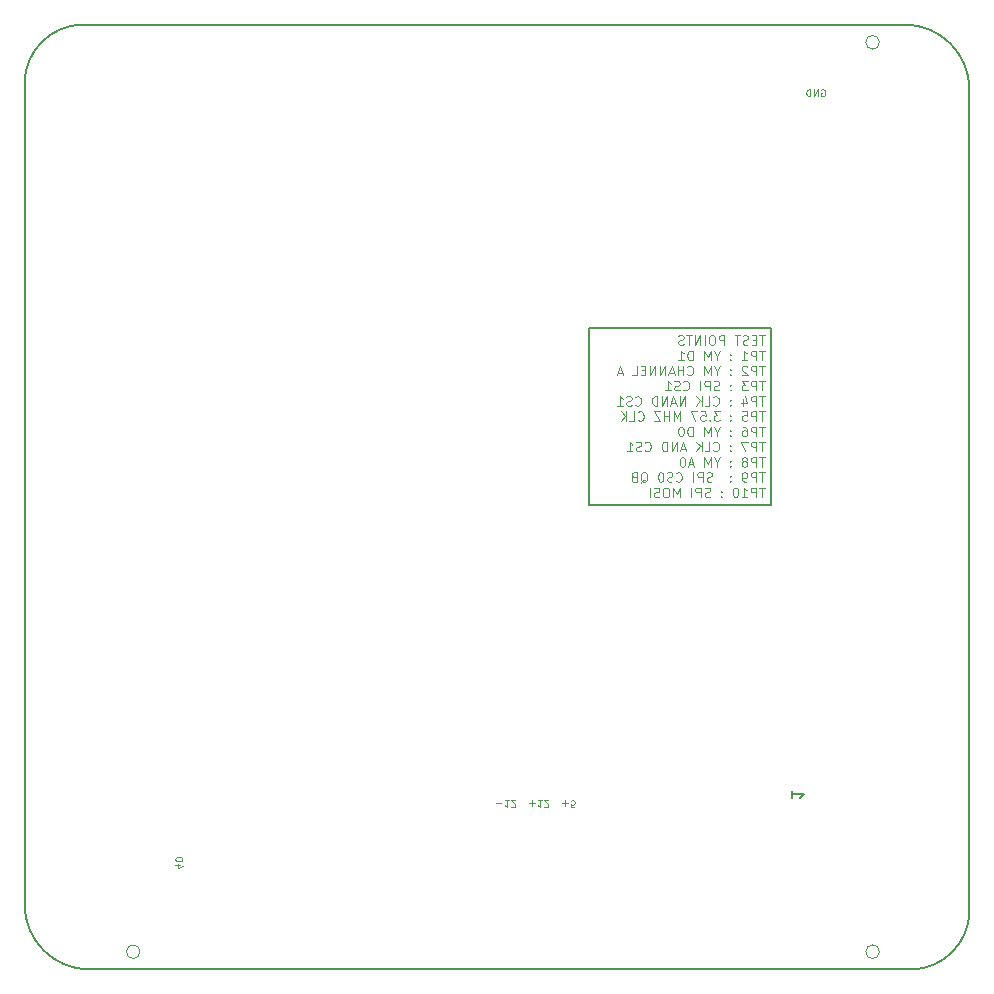
<source format=gbr>
G04 #@! TF.GenerationSoftware,KiCad,Pcbnew,7.0.11*
G04 #@! TF.CreationDate,2025-11-18T22:53:00-08:00*
G04 #@! TF.ProjectId,z2203,7a323230-332e-46b6-9963-61645f706362,rev?*
G04 #@! TF.SameCoordinates,PX3d83120PY6590fa0*
G04 #@! TF.FileFunction,Legend,Bot*
G04 #@! TF.FilePolarity,Positive*
%FSLAX46Y46*%
G04 Gerber Fmt 4.6, Leading zero omitted, Abs format (unit mm)*
G04 Created by KiCad (PCBNEW 7.0.11) date 2025-11-18 22:53:00*
%MOMM*%
%LPD*%
G01*
G04 APERTURE LIST*
%ADD10C,0.150000*%
%ADD11C,0.090000*%
G04 #@! TA.AperFunction,Profile*
%ADD12C,0.150000*%
G04 #@! TD*
G04 #@! TA.AperFunction,Profile*
%ADD13C,0.050000*%
G04 #@! TD*
G04 APERTURE END LIST*
D10*
X48700000Y55900000D02*
X64100000Y55900000D01*
X64100000Y40900000D01*
X48700000Y40900000D01*
X48700000Y55900000D01*
D11*
X40820713Y15694320D02*
X41277856Y15694320D01*
X41877855Y15922892D02*
X41534998Y15922892D01*
X41706427Y15922892D02*
X41706427Y15322892D01*
X41706427Y15322892D02*
X41649284Y15408606D01*
X41649284Y15408606D02*
X41592141Y15465749D01*
X41592141Y15465749D02*
X41534998Y15494320D01*
X42106427Y15380035D02*
X42134999Y15351463D01*
X42134999Y15351463D02*
X42192142Y15322892D01*
X42192142Y15322892D02*
X42334999Y15322892D01*
X42334999Y15322892D02*
X42392142Y15351463D01*
X42392142Y15351463D02*
X42420713Y15380035D01*
X42420713Y15380035D02*
X42449284Y15437178D01*
X42449284Y15437178D02*
X42449284Y15494320D01*
X42449284Y15494320D02*
X42420713Y15580035D01*
X42420713Y15580035D02*
X42077856Y15922892D01*
X42077856Y15922892D02*
X42449284Y15922892D01*
X43620714Y15694320D02*
X44077857Y15694320D01*
X43849285Y15922892D02*
X43849285Y15465749D01*
X44677856Y15922892D02*
X44334999Y15922892D01*
X44506428Y15922892D02*
X44506428Y15322892D01*
X44506428Y15322892D02*
X44449285Y15408606D01*
X44449285Y15408606D02*
X44392142Y15465749D01*
X44392142Y15465749D02*
X44334999Y15494320D01*
X44906428Y15380035D02*
X44935000Y15351463D01*
X44935000Y15351463D02*
X44992143Y15322892D01*
X44992143Y15322892D02*
X45135000Y15322892D01*
X45135000Y15322892D02*
X45192143Y15351463D01*
X45192143Y15351463D02*
X45220714Y15380035D01*
X45220714Y15380035D02*
X45249285Y15437178D01*
X45249285Y15437178D02*
X45249285Y15494320D01*
X45249285Y15494320D02*
X45220714Y15580035D01*
X45220714Y15580035D02*
X44877857Y15922892D01*
X44877857Y15922892D02*
X45249285Y15922892D01*
X46420715Y15694320D02*
X46877858Y15694320D01*
X46649286Y15922892D02*
X46649286Y15465749D01*
X47449286Y15322892D02*
X47163572Y15322892D01*
X47163572Y15322892D02*
X47135000Y15608606D01*
X47135000Y15608606D02*
X47163572Y15580035D01*
X47163572Y15580035D02*
X47220715Y15551463D01*
X47220715Y15551463D02*
X47363572Y15551463D01*
X47363572Y15551463D02*
X47420715Y15580035D01*
X47420715Y15580035D02*
X47449286Y15608606D01*
X47449286Y15608606D02*
X47477857Y15665749D01*
X47477857Y15665749D02*
X47477857Y15808606D01*
X47477857Y15808606D02*
X47449286Y15865749D01*
X47449286Y15865749D02*
X47420715Y15894320D01*
X47420715Y15894320D02*
X47363572Y15922892D01*
X47363572Y15922892D02*
X47220715Y15922892D01*
X47220715Y15922892D02*
X47163572Y15894320D01*
X47163572Y15894320D02*
X47135000Y15865749D01*
X63564599Y55282585D02*
X63107456Y55282585D01*
X63336028Y54482585D02*
X63336028Y55282585D01*
X62840789Y54901633D02*
X62574123Y54901633D01*
X62459837Y54482585D02*
X62840789Y54482585D01*
X62840789Y54482585D02*
X62840789Y55282585D01*
X62840789Y55282585D02*
X62459837Y55282585D01*
X62155075Y54520680D02*
X62040789Y54482585D01*
X62040789Y54482585D02*
X61850313Y54482585D01*
X61850313Y54482585D02*
X61774122Y54520680D01*
X61774122Y54520680D02*
X61736027Y54558776D01*
X61736027Y54558776D02*
X61697932Y54634966D01*
X61697932Y54634966D02*
X61697932Y54711157D01*
X61697932Y54711157D02*
X61736027Y54787347D01*
X61736027Y54787347D02*
X61774122Y54825442D01*
X61774122Y54825442D02*
X61850313Y54863538D01*
X61850313Y54863538D02*
X62002694Y54901633D01*
X62002694Y54901633D02*
X62078884Y54939728D01*
X62078884Y54939728D02*
X62116979Y54977823D01*
X62116979Y54977823D02*
X62155075Y55054014D01*
X62155075Y55054014D02*
X62155075Y55130204D01*
X62155075Y55130204D02*
X62116979Y55206395D01*
X62116979Y55206395D02*
X62078884Y55244490D01*
X62078884Y55244490D02*
X62002694Y55282585D01*
X62002694Y55282585D02*
X61812217Y55282585D01*
X61812217Y55282585D02*
X61697932Y55244490D01*
X61469360Y55282585D02*
X61012217Y55282585D01*
X61240789Y54482585D02*
X61240789Y55282585D01*
X60136026Y54482585D02*
X60136026Y55282585D01*
X60136026Y55282585D02*
X59831264Y55282585D01*
X59831264Y55282585D02*
X59755074Y55244490D01*
X59755074Y55244490D02*
X59716979Y55206395D01*
X59716979Y55206395D02*
X59678883Y55130204D01*
X59678883Y55130204D02*
X59678883Y55015919D01*
X59678883Y55015919D02*
X59716979Y54939728D01*
X59716979Y54939728D02*
X59755074Y54901633D01*
X59755074Y54901633D02*
X59831264Y54863538D01*
X59831264Y54863538D02*
X60136026Y54863538D01*
X59183645Y55282585D02*
X59031264Y55282585D01*
X59031264Y55282585D02*
X58955074Y55244490D01*
X58955074Y55244490D02*
X58878883Y55168300D01*
X58878883Y55168300D02*
X58840788Y55015919D01*
X58840788Y55015919D02*
X58840788Y54749252D01*
X58840788Y54749252D02*
X58878883Y54596871D01*
X58878883Y54596871D02*
X58955074Y54520680D01*
X58955074Y54520680D02*
X59031264Y54482585D01*
X59031264Y54482585D02*
X59183645Y54482585D01*
X59183645Y54482585D02*
X59259836Y54520680D01*
X59259836Y54520680D02*
X59336026Y54596871D01*
X59336026Y54596871D02*
X59374122Y54749252D01*
X59374122Y54749252D02*
X59374122Y55015919D01*
X59374122Y55015919D02*
X59336026Y55168300D01*
X59336026Y55168300D02*
X59259836Y55244490D01*
X59259836Y55244490D02*
X59183645Y55282585D01*
X58497931Y54482585D02*
X58497931Y55282585D01*
X58116979Y54482585D02*
X58116979Y55282585D01*
X58116979Y55282585D02*
X57659836Y54482585D01*
X57659836Y54482585D02*
X57659836Y55282585D01*
X57393170Y55282585D02*
X56936027Y55282585D01*
X57164599Y54482585D02*
X57164599Y55282585D01*
X56707456Y54520680D02*
X56593170Y54482585D01*
X56593170Y54482585D02*
X56402694Y54482585D01*
X56402694Y54482585D02*
X56326503Y54520680D01*
X56326503Y54520680D02*
X56288408Y54558776D01*
X56288408Y54558776D02*
X56250313Y54634966D01*
X56250313Y54634966D02*
X56250313Y54711157D01*
X56250313Y54711157D02*
X56288408Y54787347D01*
X56288408Y54787347D02*
X56326503Y54825442D01*
X56326503Y54825442D02*
X56402694Y54863538D01*
X56402694Y54863538D02*
X56555075Y54901633D01*
X56555075Y54901633D02*
X56631265Y54939728D01*
X56631265Y54939728D02*
X56669360Y54977823D01*
X56669360Y54977823D02*
X56707456Y55054014D01*
X56707456Y55054014D02*
X56707456Y55130204D01*
X56707456Y55130204D02*
X56669360Y55206395D01*
X56669360Y55206395D02*
X56631265Y55244490D01*
X56631265Y55244490D02*
X56555075Y55282585D01*
X56555075Y55282585D02*
X56364598Y55282585D01*
X56364598Y55282585D02*
X56250313Y55244490D01*
X63564599Y53994585D02*
X63107456Y53994585D01*
X63336028Y53194585D02*
X63336028Y53994585D01*
X62840789Y53194585D02*
X62840789Y53994585D01*
X62840789Y53994585D02*
X62536027Y53994585D01*
X62536027Y53994585D02*
X62459837Y53956490D01*
X62459837Y53956490D02*
X62421742Y53918395D01*
X62421742Y53918395D02*
X62383646Y53842204D01*
X62383646Y53842204D02*
X62383646Y53727919D01*
X62383646Y53727919D02*
X62421742Y53651728D01*
X62421742Y53651728D02*
X62459837Y53613633D01*
X62459837Y53613633D02*
X62536027Y53575538D01*
X62536027Y53575538D02*
X62840789Y53575538D01*
X61621742Y53194585D02*
X62078885Y53194585D01*
X61850313Y53194585D02*
X61850313Y53994585D01*
X61850313Y53994585D02*
X61926504Y53880300D01*
X61926504Y53880300D02*
X62002694Y53804109D01*
X62002694Y53804109D02*
X62078885Y53766014D01*
X60669360Y53270776D02*
X60631265Y53232680D01*
X60631265Y53232680D02*
X60669360Y53194585D01*
X60669360Y53194585D02*
X60707456Y53232680D01*
X60707456Y53232680D02*
X60669360Y53270776D01*
X60669360Y53270776D02*
X60669360Y53194585D01*
X60669360Y53689823D02*
X60631265Y53651728D01*
X60631265Y53651728D02*
X60669360Y53613633D01*
X60669360Y53613633D02*
X60707456Y53651728D01*
X60707456Y53651728D02*
X60669360Y53689823D01*
X60669360Y53689823D02*
X60669360Y53613633D01*
X59526503Y53575538D02*
X59526503Y53194585D01*
X59793170Y53994585D02*
X59526503Y53575538D01*
X59526503Y53575538D02*
X59259837Y53994585D01*
X58993170Y53194585D02*
X58993170Y53994585D01*
X58993170Y53994585D02*
X58726504Y53423157D01*
X58726504Y53423157D02*
X58459837Y53994585D01*
X58459837Y53994585D02*
X58459837Y53194585D01*
X57469360Y53194585D02*
X57469360Y53994585D01*
X57469360Y53994585D02*
X57278884Y53994585D01*
X57278884Y53994585D02*
X57164598Y53956490D01*
X57164598Y53956490D02*
X57088408Y53880300D01*
X57088408Y53880300D02*
X57050313Y53804109D01*
X57050313Y53804109D02*
X57012217Y53651728D01*
X57012217Y53651728D02*
X57012217Y53537442D01*
X57012217Y53537442D02*
X57050313Y53385061D01*
X57050313Y53385061D02*
X57088408Y53308871D01*
X57088408Y53308871D02*
X57164598Y53232680D01*
X57164598Y53232680D02*
X57278884Y53194585D01*
X57278884Y53194585D02*
X57469360Y53194585D01*
X56250313Y53194585D02*
X56707456Y53194585D01*
X56478884Y53194585D02*
X56478884Y53994585D01*
X56478884Y53994585D02*
X56555075Y53880300D01*
X56555075Y53880300D02*
X56631265Y53804109D01*
X56631265Y53804109D02*
X56707456Y53766014D01*
X63564599Y52706585D02*
X63107456Y52706585D01*
X63336028Y51906585D02*
X63336028Y52706585D01*
X62840789Y51906585D02*
X62840789Y52706585D01*
X62840789Y52706585D02*
X62536027Y52706585D01*
X62536027Y52706585D02*
X62459837Y52668490D01*
X62459837Y52668490D02*
X62421742Y52630395D01*
X62421742Y52630395D02*
X62383646Y52554204D01*
X62383646Y52554204D02*
X62383646Y52439919D01*
X62383646Y52439919D02*
X62421742Y52363728D01*
X62421742Y52363728D02*
X62459837Y52325633D01*
X62459837Y52325633D02*
X62536027Y52287538D01*
X62536027Y52287538D02*
X62840789Y52287538D01*
X62078885Y52630395D02*
X62040789Y52668490D01*
X62040789Y52668490D02*
X61964599Y52706585D01*
X61964599Y52706585D02*
X61774123Y52706585D01*
X61774123Y52706585D02*
X61697932Y52668490D01*
X61697932Y52668490D02*
X61659837Y52630395D01*
X61659837Y52630395D02*
X61621742Y52554204D01*
X61621742Y52554204D02*
X61621742Y52478014D01*
X61621742Y52478014D02*
X61659837Y52363728D01*
X61659837Y52363728D02*
X62116980Y51906585D01*
X62116980Y51906585D02*
X61621742Y51906585D01*
X60669360Y51982776D02*
X60631265Y51944680D01*
X60631265Y51944680D02*
X60669360Y51906585D01*
X60669360Y51906585D02*
X60707456Y51944680D01*
X60707456Y51944680D02*
X60669360Y51982776D01*
X60669360Y51982776D02*
X60669360Y51906585D01*
X60669360Y52401823D02*
X60631265Y52363728D01*
X60631265Y52363728D02*
X60669360Y52325633D01*
X60669360Y52325633D02*
X60707456Y52363728D01*
X60707456Y52363728D02*
X60669360Y52401823D01*
X60669360Y52401823D02*
X60669360Y52325633D01*
X59526503Y52287538D02*
X59526503Y51906585D01*
X59793170Y52706585D02*
X59526503Y52287538D01*
X59526503Y52287538D02*
X59259837Y52706585D01*
X58993170Y51906585D02*
X58993170Y52706585D01*
X58993170Y52706585D02*
X58726504Y52135157D01*
X58726504Y52135157D02*
X58459837Y52706585D01*
X58459837Y52706585D02*
X58459837Y51906585D01*
X57012217Y51982776D02*
X57050313Y51944680D01*
X57050313Y51944680D02*
X57164598Y51906585D01*
X57164598Y51906585D02*
X57240789Y51906585D01*
X57240789Y51906585D02*
X57355075Y51944680D01*
X57355075Y51944680D02*
X57431265Y52020871D01*
X57431265Y52020871D02*
X57469360Y52097061D01*
X57469360Y52097061D02*
X57507456Y52249442D01*
X57507456Y52249442D02*
X57507456Y52363728D01*
X57507456Y52363728D02*
X57469360Y52516109D01*
X57469360Y52516109D02*
X57431265Y52592300D01*
X57431265Y52592300D02*
X57355075Y52668490D01*
X57355075Y52668490D02*
X57240789Y52706585D01*
X57240789Y52706585D02*
X57164598Y52706585D01*
X57164598Y52706585D02*
X57050313Y52668490D01*
X57050313Y52668490D02*
X57012217Y52630395D01*
X56669360Y51906585D02*
X56669360Y52706585D01*
X56669360Y52325633D02*
X56212217Y52325633D01*
X56212217Y51906585D02*
X56212217Y52706585D01*
X55869361Y52135157D02*
X55488408Y52135157D01*
X55945551Y51906585D02*
X55678884Y52706585D01*
X55678884Y52706585D02*
X55412218Y51906585D01*
X55145551Y51906585D02*
X55145551Y52706585D01*
X55145551Y52706585D02*
X54688408Y51906585D01*
X54688408Y51906585D02*
X54688408Y52706585D01*
X54307456Y51906585D02*
X54307456Y52706585D01*
X54307456Y52706585D02*
X53850313Y51906585D01*
X53850313Y51906585D02*
X53850313Y52706585D01*
X53469361Y52325633D02*
X53202695Y52325633D01*
X53088409Y51906585D02*
X53469361Y51906585D01*
X53469361Y51906585D02*
X53469361Y52706585D01*
X53469361Y52706585D02*
X53088409Y52706585D01*
X52364599Y51906585D02*
X52745551Y51906585D01*
X52745551Y51906585D02*
X52745551Y52706585D01*
X51526504Y52135157D02*
X51145551Y52135157D01*
X51602694Y51906585D02*
X51336027Y52706585D01*
X51336027Y52706585D02*
X51069361Y51906585D01*
X63564599Y51418585D02*
X63107456Y51418585D01*
X63336028Y50618585D02*
X63336028Y51418585D01*
X62840789Y50618585D02*
X62840789Y51418585D01*
X62840789Y51418585D02*
X62536027Y51418585D01*
X62536027Y51418585D02*
X62459837Y51380490D01*
X62459837Y51380490D02*
X62421742Y51342395D01*
X62421742Y51342395D02*
X62383646Y51266204D01*
X62383646Y51266204D02*
X62383646Y51151919D01*
X62383646Y51151919D02*
X62421742Y51075728D01*
X62421742Y51075728D02*
X62459837Y51037633D01*
X62459837Y51037633D02*
X62536027Y50999538D01*
X62536027Y50999538D02*
X62840789Y50999538D01*
X62116980Y51418585D02*
X61621742Y51418585D01*
X61621742Y51418585D02*
X61888408Y51113823D01*
X61888408Y51113823D02*
X61774123Y51113823D01*
X61774123Y51113823D02*
X61697932Y51075728D01*
X61697932Y51075728D02*
X61659837Y51037633D01*
X61659837Y51037633D02*
X61621742Y50961442D01*
X61621742Y50961442D02*
X61621742Y50770966D01*
X61621742Y50770966D02*
X61659837Y50694776D01*
X61659837Y50694776D02*
X61697932Y50656680D01*
X61697932Y50656680D02*
X61774123Y50618585D01*
X61774123Y50618585D02*
X62002694Y50618585D01*
X62002694Y50618585D02*
X62078885Y50656680D01*
X62078885Y50656680D02*
X62116980Y50694776D01*
X60669360Y50694776D02*
X60631265Y50656680D01*
X60631265Y50656680D02*
X60669360Y50618585D01*
X60669360Y50618585D02*
X60707456Y50656680D01*
X60707456Y50656680D02*
X60669360Y50694776D01*
X60669360Y50694776D02*
X60669360Y50618585D01*
X60669360Y51113823D02*
X60631265Y51075728D01*
X60631265Y51075728D02*
X60669360Y51037633D01*
X60669360Y51037633D02*
X60707456Y51075728D01*
X60707456Y51075728D02*
X60669360Y51113823D01*
X60669360Y51113823D02*
X60669360Y51037633D01*
X59716980Y50656680D02*
X59602694Y50618585D01*
X59602694Y50618585D02*
X59412218Y50618585D01*
X59412218Y50618585D02*
X59336027Y50656680D01*
X59336027Y50656680D02*
X59297932Y50694776D01*
X59297932Y50694776D02*
X59259837Y50770966D01*
X59259837Y50770966D02*
X59259837Y50847157D01*
X59259837Y50847157D02*
X59297932Y50923347D01*
X59297932Y50923347D02*
X59336027Y50961442D01*
X59336027Y50961442D02*
X59412218Y50999538D01*
X59412218Y50999538D02*
X59564599Y51037633D01*
X59564599Y51037633D02*
X59640789Y51075728D01*
X59640789Y51075728D02*
X59678884Y51113823D01*
X59678884Y51113823D02*
X59716980Y51190014D01*
X59716980Y51190014D02*
X59716980Y51266204D01*
X59716980Y51266204D02*
X59678884Y51342395D01*
X59678884Y51342395D02*
X59640789Y51380490D01*
X59640789Y51380490D02*
X59564599Y51418585D01*
X59564599Y51418585D02*
X59374122Y51418585D01*
X59374122Y51418585D02*
X59259837Y51380490D01*
X58916979Y50618585D02*
X58916979Y51418585D01*
X58916979Y51418585D02*
X58612217Y51418585D01*
X58612217Y51418585D02*
X58536027Y51380490D01*
X58536027Y51380490D02*
X58497932Y51342395D01*
X58497932Y51342395D02*
X58459836Y51266204D01*
X58459836Y51266204D02*
X58459836Y51151919D01*
X58459836Y51151919D02*
X58497932Y51075728D01*
X58497932Y51075728D02*
X58536027Y51037633D01*
X58536027Y51037633D02*
X58612217Y50999538D01*
X58612217Y50999538D02*
X58916979Y50999538D01*
X58116979Y50618585D02*
X58116979Y51418585D01*
X56669360Y50694776D02*
X56707456Y50656680D01*
X56707456Y50656680D02*
X56821741Y50618585D01*
X56821741Y50618585D02*
X56897932Y50618585D01*
X56897932Y50618585D02*
X57012218Y50656680D01*
X57012218Y50656680D02*
X57088408Y50732871D01*
X57088408Y50732871D02*
X57126503Y50809061D01*
X57126503Y50809061D02*
X57164599Y50961442D01*
X57164599Y50961442D02*
X57164599Y51075728D01*
X57164599Y51075728D02*
X57126503Y51228109D01*
X57126503Y51228109D02*
X57088408Y51304300D01*
X57088408Y51304300D02*
X57012218Y51380490D01*
X57012218Y51380490D02*
X56897932Y51418585D01*
X56897932Y51418585D02*
X56821741Y51418585D01*
X56821741Y51418585D02*
X56707456Y51380490D01*
X56707456Y51380490D02*
X56669360Y51342395D01*
X56364599Y50656680D02*
X56250313Y50618585D01*
X56250313Y50618585D02*
X56059837Y50618585D01*
X56059837Y50618585D02*
X55983646Y50656680D01*
X55983646Y50656680D02*
X55945551Y50694776D01*
X55945551Y50694776D02*
X55907456Y50770966D01*
X55907456Y50770966D02*
X55907456Y50847157D01*
X55907456Y50847157D02*
X55945551Y50923347D01*
X55945551Y50923347D02*
X55983646Y50961442D01*
X55983646Y50961442D02*
X56059837Y50999538D01*
X56059837Y50999538D02*
X56212218Y51037633D01*
X56212218Y51037633D02*
X56288408Y51075728D01*
X56288408Y51075728D02*
X56326503Y51113823D01*
X56326503Y51113823D02*
X56364599Y51190014D01*
X56364599Y51190014D02*
X56364599Y51266204D01*
X56364599Y51266204D02*
X56326503Y51342395D01*
X56326503Y51342395D02*
X56288408Y51380490D01*
X56288408Y51380490D02*
X56212218Y51418585D01*
X56212218Y51418585D02*
X56021741Y51418585D01*
X56021741Y51418585D02*
X55907456Y51380490D01*
X55145551Y50618585D02*
X55602694Y50618585D01*
X55374122Y50618585D02*
X55374122Y51418585D01*
X55374122Y51418585D02*
X55450313Y51304300D01*
X55450313Y51304300D02*
X55526503Y51228109D01*
X55526503Y51228109D02*
X55602694Y51190014D01*
X63564599Y50130585D02*
X63107456Y50130585D01*
X63336028Y49330585D02*
X63336028Y50130585D01*
X62840789Y49330585D02*
X62840789Y50130585D01*
X62840789Y50130585D02*
X62536027Y50130585D01*
X62536027Y50130585D02*
X62459837Y50092490D01*
X62459837Y50092490D02*
X62421742Y50054395D01*
X62421742Y50054395D02*
X62383646Y49978204D01*
X62383646Y49978204D02*
X62383646Y49863919D01*
X62383646Y49863919D02*
X62421742Y49787728D01*
X62421742Y49787728D02*
X62459837Y49749633D01*
X62459837Y49749633D02*
X62536027Y49711538D01*
X62536027Y49711538D02*
X62840789Y49711538D01*
X61697932Y49863919D02*
X61697932Y49330585D01*
X61888408Y50168680D02*
X62078885Y49597252D01*
X62078885Y49597252D02*
X61583646Y49597252D01*
X60669360Y49406776D02*
X60631265Y49368680D01*
X60631265Y49368680D02*
X60669360Y49330585D01*
X60669360Y49330585D02*
X60707456Y49368680D01*
X60707456Y49368680D02*
X60669360Y49406776D01*
X60669360Y49406776D02*
X60669360Y49330585D01*
X60669360Y49825823D02*
X60631265Y49787728D01*
X60631265Y49787728D02*
X60669360Y49749633D01*
X60669360Y49749633D02*
X60707456Y49787728D01*
X60707456Y49787728D02*
X60669360Y49825823D01*
X60669360Y49825823D02*
X60669360Y49749633D01*
X59221741Y49406776D02*
X59259837Y49368680D01*
X59259837Y49368680D02*
X59374122Y49330585D01*
X59374122Y49330585D02*
X59450313Y49330585D01*
X59450313Y49330585D02*
X59564599Y49368680D01*
X59564599Y49368680D02*
X59640789Y49444871D01*
X59640789Y49444871D02*
X59678884Y49521061D01*
X59678884Y49521061D02*
X59716980Y49673442D01*
X59716980Y49673442D02*
X59716980Y49787728D01*
X59716980Y49787728D02*
X59678884Y49940109D01*
X59678884Y49940109D02*
X59640789Y50016300D01*
X59640789Y50016300D02*
X59564599Y50092490D01*
X59564599Y50092490D02*
X59450313Y50130585D01*
X59450313Y50130585D02*
X59374122Y50130585D01*
X59374122Y50130585D02*
X59259837Y50092490D01*
X59259837Y50092490D02*
X59221741Y50054395D01*
X58497932Y49330585D02*
X58878884Y49330585D01*
X58878884Y49330585D02*
X58878884Y50130585D01*
X58231265Y49330585D02*
X58231265Y50130585D01*
X57774122Y49330585D02*
X58116980Y49787728D01*
X57774122Y50130585D02*
X58231265Y49673442D01*
X56821741Y49330585D02*
X56821741Y50130585D01*
X56821741Y50130585D02*
X56364598Y49330585D01*
X56364598Y49330585D02*
X56364598Y50130585D01*
X56021742Y49559157D02*
X55640789Y49559157D01*
X56097932Y49330585D02*
X55831265Y50130585D01*
X55831265Y50130585D02*
X55564599Y49330585D01*
X55297932Y49330585D02*
X55297932Y50130585D01*
X55297932Y50130585D02*
X54840789Y49330585D01*
X54840789Y49330585D02*
X54840789Y50130585D01*
X54459837Y49330585D02*
X54459837Y50130585D01*
X54459837Y50130585D02*
X54269361Y50130585D01*
X54269361Y50130585D02*
X54155075Y50092490D01*
X54155075Y50092490D02*
X54078885Y50016300D01*
X54078885Y50016300D02*
X54040790Y49940109D01*
X54040790Y49940109D02*
X54002694Y49787728D01*
X54002694Y49787728D02*
X54002694Y49673442D01*
X54002694Y49673442D02*
X54040790Y49521061D01*
X54040790Y49521061D02*
X54078885Y49444871D01*
X54078885Y49444871D02*
X54155075Y49368680D01*
X54155075Y49368680D02*
X54269361Y49330585D01*
X54269361Y49330585D02*
X54459837Y49330585D01*
X52593170Y49406776D02*
X52631266Y49368680D01*
X52631266Y49368680D02*
X52745551Y49330585D01*
X52745551Y49330585D02*
X52821742Y49330585D01*
X52821742Y49330585D02*
X52936028Y49368680D01*
X52936028Y49368680D02*
X53012218Y49444871D01*
X53012218Y49444871D02*
X53050313Y49521061D01*
X53050313Y49521061D02*
X53088409Y49673442D01*
X53088409Y49673442D02*
X53088409Y49787728D01*
X53088409Y49787728D02*
X53050313Y49940109D01*
X53050313Y49940109D02*
X53012218Y50016300D01*
X53012218Y50016300D02*
X52936028Y50092490D01*
X52936028Y50092490D02*
X52821742Y50130585D01*
X52821742Y50130585D02*
X52745551Y50130585D01*
X52745551Y50130585D02*
X52631266Y50092490D01*
X52631266Y50092490D02*
X52593170Y50054395D01*
X52288409Y49368680D02*
X52174123Y49330585D01*
X52174123Y49330585D02*
X51983647Y49330585D01*
X51983647Y49330585D02*
X51907456Y49368680D01*
X51907456Y49368680D02*
X51869361Y49406776D01*
X51869361Y49406776D02*
X51831266Y49482966D01*
X51831266Y49482966D02*
X51831266Y49559157D01*
X51831266Y49559157D02*
X51869361Y49635347D01*
X51869361Y49635347D02*
X51907456Y49673442D01*
X51907456Y49673442D02*
X51983647Y49711538D01*
X51983647Y49711538D02*
X52136028Y49749633D01*
X52136028Y49749633D02*
X52212218Y49787728D01*
X52212218Y49787728D02*
X52250313Y49825823D01*
X52250313Y49825823D02*
X52288409Y49902014D01*
X52288409Y49902014D02*
X52288409Y49978204D01*
X52288409Y49978204D02*
X52250313Y50054395D01*
X52250313Y50054395D02*
X52212218Y50092490D01*
X52212218Y50092490D02*
X52136028Y50130585D01*
X52136028Y50130585D02*
X51945551Y50130585D01*
X51945551Y50130585D02*
X51831266Y50092490D01*
X51069361Y49330585D02*
X51526504Y49330585D01*
X51297932Y49330585D02*
X51297932Y50130585D01*
X51297932Y50130585D02*
X51374123Y50016300D01*
X51374123Y50016300D02*
X51450313Y49940109D01*
X51450313Y49940109D02*
X51526504Y49902014D01*
X63564599Y48842585D02*
X63107456Y48842585D01*
X63336028Y48042585D02*
X63336028Y48842585D01*
X62840789Y48042585D02*
X62840789Y48842585D01*
X62840789Y48842585D02*
X62536027Y48842585D01*
X62536027Y48842585D02*
X62459837Y48804490D01*
X62459837Y48804490D02*
X62421742Y48766395D01*
X62421742Y48766395D02*
X62383646Y48690204D01*
X62383646Y48690204D02*
X62383646Y48575919D01*
X62383646Y48575919D02*
X62421742Y48499728D01*
X62421742Y48499728D02*
X62459837Y48461633D01*
X62459837Y48461633D02*
X62536027Y48423538D01*
X62536027Y48423538D02*
X62840789Y48423538D01*
X61659837Y48842585D02*
X62040789Y48842585D01*
X62040789Y48842585D02*
X62078885Y48461633D01*
X62078885Y48461633D02*
X62040789Y48499728D01*
X62040789Y48499728D02*
X61964599Y48537823D01*
X61964599Y48537823D02*
X61774123Y48537823D01*
X61774123Y48537823D02*
X61697932Y48499728D01*
X61697932Y48499728D02*
X61659837Y48461633D01*
X61659837Y48461633D02*
X61621742Y48385442D01*
X61621742Y48385442D02*
X61621742Y48194966D01*
X61621742Y48194966D02*
X61659837Y48118776D01*
X61659837Y48118776D02*
X61697932Y48080680D01*
X61697932Y48080680D02*
X61774123Y48042585D01*
X61774123Y48042585D02*
X61964599Y48042585D01*
X61964599Y48042585D02*
X62040789Y48080680D01*
X62040789Y48080680D02*
X62078885Y48118776D01*
X60669360Y48118776D02*
X60631265Y48080680D01*
X60631265Y48080680D02*
X60669360Y48042585D01*
X60669360Y48042585D02*
X60707456Y48080680D01*
X60707456Y48080680D02*
X60669360Y48118776D01*
X60669360Y48118776D02*
X60669360Y48042585D01*
X60669360Y48537823D02*
X60631265Y48499728D01*
X60631265Y48499728D02*
X60669360Y48461633D01*
X60669360Y48461633D02*
X60707456Y48499728D01*
X60707456Y48499728D02*
X60669360Y48537823D01*
X60669360Y48537823D02*
X60669360Y48461633D01*
X59755075Y48842585D02*
X59259837Y48842585D01*
X59259837Y48842585D02*
X59526503Y48537823D01*
X59526503Y48537823D02*
X59412218Y48537823D01*
X59412218Y48537823D02*
X59336027Y48499728D01*
X59336027Y48499728D02*
X59297932Y48461633D01*
X59297932Y48461633D02*
X59259837Y48385442D01*
X59259837Y48385442D02*
X59259837Y48194966D01*
X59259837Y48194966D02*
X59297932Y48118776D01*
X59297932Y48118776D02*
X59336027Y48080680D01*
X59336027Y48080680D02*
X59412218Y48042585D01*
X59412218Y48042585D02*
X59640789Y48042585D01*
X59640789Y48042585D02*
X59716980Y48080680D01*
X59716980Y48080680D02*
X59755075Y48118776D01*
X58916979Y48118776D02*
X58878884Y48080680D01*
X58878884Y48080680D02*
X58916979Y48042585D01*
X58916979Y48042585D02*
X58955075Y48080680D01*
X58955075Y48080680D02*
X58916979Y48118776D01*
X58916979Y48118776D02*
X58916979Y48042585D01*
X58155075Y48842585D02*
X58536027Y48842585D01*
X58536027Y48842585D02*
X58574123Y48461633D01*
X58574123Y48461633D02*
X58536027Y48499728D01*
X58536027Y48499728D02*
X58459837Y48537823D01*
X58459837Y48537823D02*
X58269361Y48537823D01*
X58269361Y48537823D02*
X58193170Y48499728D01*
X58193170Y48499728D02*
X58155075Y48461633D01*
X58155075Y48461633D02*
X58116980Y48385442D01*
X58116980Y48385442D02*
X58116980Y48194966D01*
X58116980Y48194966D02*
X58155075Y48118776D01*
X58155075Y48118776D02*
X58193170Y48080680D01*
X58193170Y48080680D02*
X58269361Y48042585D01*
X58269361Y48042585D02*
X58459837Y48042585D01*
X58459837Y48042585D02*
X58536027Y48080680D01*
X58536027Y48080680D02*
X58574123Y48118776D01*
X57850313Y48842585D02*
X57316979Y48842585D01*
X57316979Y48842585D02*
X57659837Y48042585D01*
X56402693Y48042585D02*
X56402693Y48842585D01*
X56402693Y48842585D02*
X56136027Y48271157D01*
X56136027Y48271157D02*
X55869360Y48842585D01*
X55869360Y48842585D02*
X55869360Y48042585D01*
X55488407Y48042585D02*
X55488407Y48842585D01*
X55488407Y48461633D02*
X55031264Y48461633D01*
X55031264Y48042585D02*
X55031264Y48842585D01*
X54726503Y48842585D02*
X54193169Y48842585D01*
X54193169Y48842585D02*
X54726503Y48042585D01*
X54726503Y48042585D02*
X54193169Y48042585D01*
X52821740Y48118776D02*
X52859836Y48080680D01*
X52859836Y48080680D02*
X52974121Y48042585D01*
X52974121Y48042585D02*
X53050312Y48042585D01*
X53050312Y48042585D02*
X53164598Y48080680D01*
X53164598Y48080680D02*
X53240788Y48156871D01*
X53240788Y48156871D02*
X53278883Y48233061D01*
X53278883Y48233061D02*
X53316979Y48385442D01*
X53316979Y48385442D02*
X53316979Y48499728D01*
X53316979Y48499728D02*
X53278883Y48652109D01*
X53278883Y48652109D02*
X53240788Y48728300D01*
X53240788Y48728300D02*
X53164598Y48804490D01*
X53164598Y48804490D02*
X53050312Y48842585D01*
X53050312Y48842585D02*
X52974121Y48842585D01*
X52974121Y48842585D02*
X52859836Y48804490D01*
X52859836Y48804490D02*
X52821740Y48766395D01*
X52097931Y48042585D02*
X52478883Y48042585D01*
X52478883Y48042585D02*
X52478883Y48842585D01*
X51831264Y48042585D02*
X51831264Y48842585D01*
X51374121Y48042585D02*
X51716979Y48499728D01*
X51374121Y48842585D02*
X51831264Y48385442D01*
X63564599Y47554585D02*
X63107456Y47554585D01*
X63336028Y46754585D02*
X63336028Y47554585D01*
X62840789Y46754585D02*
X62840789Y47554585D01*
X62840789Y47554585D02*
X62536027Y47554585D01*
X62536027Y47554585D02*
X62459837Y47516490D01*
X62459837Y47516490D02*
X62421742Y47478395D01*
X62421742Y47478395D02*
X62383646Y47402204D01*
X62383646Y47402204D02*
X62383646Y47287919D01*
X62383646Y47287919D02*
X62421742Y47211728D01*
X62421742Y47211728D02*
X62459837Y47173633D01*
X62459837Y47173633D02*
X62536027Y47135538D01*
X62536027Y47135538D02*
X62840789Y47135538D01*
X61697932Y47554585D02*
X61850313Y47554585D01*
X61850313Y47554585D02*
X61926504Y47516490D01*
X61926504Y47516490D02*
X61964599Y47478395D01*
X61964599Y47478395D02*
X62040789Y47364109D01*
X62040789Y47364109D02*
X62078885Y47211728D01*
X62078885Y47211728D02*
X62078885Y46906966D01*
X62078885Y46906966D02*
X62040789Y46830776D01*
X62040789Y46830776D02*
X62002694Y46792680D01*
X62002694Y46792680D02*
X61926504Y46754585D01*
X61926504Y46754585D02*
X61774123Y46754585D01*
X61774123Y46754585D02*
X61697932Y46792680D01*
X61697932Y46792680D02*
X61659837Y46830776D01*
X61659837Y46830776D02*
X61621742Y46906966D01*
X61621742Y46906966D02*
X61621742Y47097442D01*
X61621742Y47097442D02*
X61659837Y47173633D01*
X61659837Y47173633D02*
X61697932Y47211728D01*
X61697932Y47211728D02*
X61774123Y47249823D01*
X61774123Y47249823D02*
X61926504Y47249823D01*
X61926504Y47249823D02*
X62002694Y47211728D01*
X62002694Y47211728D02*
X62040789Y47173633D01*
X62040789Y47173633D02*
X62078885Y47097442D01*
X60669360Y46830776D02*
X60631265Y46792680D01*
X60631265Y46792680D02*
X60669360Y46754585D01*
X60669360Y46754585D02*
X60707456Y46792680D01*
X60707456Y46792680D02*
X60669360Y46830776D01*
X60669360Y46830776D02*
X60669360Y46754585D01*
X60669360Y47249823D02*
X60631265Y47211728D01*
X60631265Y47211728D02*
X60669360Y47173633D01*
X60669360Y47173633D02*
X60707456Y47211728D01*
X60707456Y47211728D02*
X60669360Y47249823D01*
X60669360Y47249823D02*
X60669360Y47173633D01*
X59526503Y47135538D02*
X59526503Y46754585D01*
X59793170Y47554585D02*
X59526503Y47135538D01*
X59526503Y47135538D02*
X59259837Y47554585D01*
X58993170Y46754585D02*
X58993170Y47554585D01*
X58993170Y47554585D02*
X58726504Y46983157D01*
X58726504Y46983157D02*
X58459837Y47554585D01*
X58459837Y47554585D02*
X58459837Y46754585D01*
X57469360Y46754585D02*
X57469360Y47554585D01*
X57469360Y47554585D02*
X57278884Y47554585D01*
X57278884Y47554585D02*
X57164598Y47516490D01*
X57164598Y47516490D02*
X57088408Y47440300D01*
X57088408Y47440300D02*
X57050313Y47364109D01*
X57050313Y47364109D02*
X57012217Y47211728D01*
X57012217Y47211728D02*
X57012217Y47097442D01*
X57012217Y47097442D02*
X57050313Y46945061D01*
X57050313Y46945061D02*
X57088408Y46868871D01*
X57088408Y46868871D02*
X57164598Y46792680D01*
X57164598Y46792680D02*
X57278884Y46754585D01*
X57278884Y46754585D02*
X57469360Y46754585D01*
X56516979Y47554585D02*
X56440789Y47554585D01*
X56440789Y47554585D02*
X56364598Y47516490D01*
X56364598Y47516490D02*
X56326503Y47478395D01*
X56326503Y47478395D02*
X56288408Y47402204D01*
X56288408Y47402204D02*
X56250313Y47249823D01*
X56250313Y47249823D02*
X56250313Y47059347D01*
X56250313Y47059347D02*
X56288408Y46906966D01*
X56288408Y46906966D02*
X56326503Y46830776D01*
X56326503Y46830776D02*
X56364598Y46792680D01*
X56364598Y46792680D02*
X56440789Y46754585D01*
X56440789Y46754585D02*
X56516979Y46754585D01*
X56516979Y46754585D02*
X56593170Y46792680D01*
X56593170Y46792680D02*
X56631265Y46830776D01*
X56631265Y46830776D02*
X56669360Y46906966D01*
X56669360Y46906966D02*
X56707456Y47059347D01*
X56707456Y47059347D02*
X56707456Y47249823D01*
X56707456Y47249823D02*
X56669360Y47402204D01*
X56669360Y47402204D02*
X56631265Y47478395D01*
X56631265Y47478395D02*
X56593170Y47516490D01*
X56593170Y47516490D02*
X56516979Y47554585D01*
X63564599Y46266585D02*
X63107456Y46266585D01*
X63336028Y45466585D02*
X63336028Y46266585D01*
X62840789Y45466585D02*
X62840789Y46266585D01*
X62840789Y46266585D02*
X62536027Y46266585D01*
X62536027Y46266585D02*
X62459837Y46228490D01*
X62459837Y46228490D02*
X62421742Y46190395D01*
X62421742Y46190395D02*
X62383646Y46114204D01*
X62383646Y46114204D02*
X62383646Y45999919D01*
X62383646Y45999919D02*
X62421742Y45923728D01*
X62421742Y45923728D02*
X62459837Y45885633D01*
X62459837Y45885633D02*
X62536027Y45847538D01*
X62536027Y45847538D02*
X62840789Y45847538D01*
X62116980Y46266585D02*
X61583646Y46266585D01*
X61583646Y46266585D02*
X61926504Y45466585D01*
X60669360Y45542776D02*
X60631265Y45504680D01*
X60631265Y45504680D02*
X60669360Y45466585D01*
X60669360Y45466585D02*
X60707456Y45504680D01*
X60707456Y45504680D02*
X60669360Y45542776D01*
X60669360Y45542776D02*
X60669360Y45466585D01*
X60669360Y45961823D02*
X60631265Y45923728D01*
X60631265Y45923728D02*
X60669360Y45885633D01*
X60669360Y45885633D02*
X60707456Y45923728D01*
X60707456Y45923728D02*
X60669360Y45961823D01*
X60669360Y45961823D02*
X60669360Y45885633D01*
X59221741Y45542776D02*
X59259837Y45504680D01*
X59259837Y45504680D02*
X59374122Y45466585D01*
X59374122Y45466585D02*
X59450313Y45466585D01*
X59450313Y45466585D02*
X59564599Y45504680D01*
X59564599Y45504680D02*
X59640789Y45580871D01*
X59640789Y45580871D02*
X59678884Y45657061D01*
X59678884Y45657061D02*
X59716980Y45809442D01*
X59716980Y45809442D02*
X59716980Y45923728D01*
X59716980Y45923728D02*
X59678884Y46076109D01*
X59678884Y46076109D02*
X59640789Y46152300D01*
X59640789Y46152300D02*
X59564599Y46228490D01*
X59564599Y46228490D02*
X59450313Y46266585D01*
X59450313Y46266585D02*
X59374122Y46266585D01*
X59374122Y46266585D02*
X59259837Y46228490D01*
X59259837Y46228490D02*
X59221741Y46190395D01*
X58497932Y45466585D02*
X58878884Y45466585D01*
X58878884Y45466585D02*
X58878884Y46266585D01*
X58231265Y45466585D02*
X58231265Y46266585D01*
X57774122Y45466585D02*
X58116980Y45923728D01*
X57774122Y46266585D02*
X58231265Y45809442D01*
X56859837Y45695157D02*
X56478884Y45695157D01*
X56936027Y45466585D02*
X56669360Y46266585D01*
X56669360Y46266585D02*
X56402694Y45466585D01*
X56136027Y45466585D02*
X56136027Y46266585D01*
X56136027Y46266585D02*
X55678884Y45466585D01*
X55678884Y45466585D02*
X55678884Y46266585D01*
X55297932Y45466585D02*
X55297932Y46266585D01*
X55297932Y46266585D02*
X55107456Y46266585D01*
X55107456Y46266585D02*
X54993170Y46228490D01*
X54993170Y46228490D02*
X54916980Y46152300D01*
X54916980Y46152300D02*
X54878885Y46076109D01*
X54878885Y46076109D02*
X54840789Y45923728D01*
X54840789Y45923728D02*
X54840789Y45809442D01*
X54840789Y45809442D02*
X54878885Y45657061D01*
X54878885Y45657061D02*
X54916980Y45580871D01*
X54916980Y45580871D02*
X54993170Y45504680D01*
X54993170Y45504680D02*
X55107456Y45466585D01*
X55107456Y45466585D02*
X55297932Y45466585D01*
X53431265Y45542776D02*
X53469361Y45504680D01*
X53469361Y45504680D02*
X53583646Y45466585D01*
X53583646Y45466585D02*
X53659837Y45466585D01*
X53659837Y45466585D02*
X53774123Y45504680D01*
X53774123Y45504680D02*
X53850313Y45580871D01*
X53850313Y45580871D02*
X53888408Y45657061D01*
X53888408Y45657061D02*
X53926504Y45809442D01*
X53926504Y45809442D02*
X53926504Y45923728D01*
X53926504Y45923728D02*
X53888408Y46076109D01*
X53888408Y46076109D02*
X53850313Y46152300D01*
X53850313Y46152300D02*
X53774123Y46228490D01*
X53774123Y46228490D02*
X53659837Y46266585D01*
X53659837Y46266585D02*
X53583646Y46266585D01*
X53583646Y46266585D02*
X53469361Y46228490D01*
X53469361Y46228490D02*
X53431265Y46190395D01*
X53126504Y45504680D02*
X53012218Y45466585D01*
X53012218Y45466585D02*
X52821742Y45466585D01*
X52821742Y45466585D02*
X52745551Y45504680D01*
X52745551Y45504680D02*
X52707456Y45542776D01*
X52707456Y45542776D02*
X52669361Y45618966D01*
X52669361Y45618966D02*
X52669361Y45695157D01*
X52669361Y45695157D02*
X52707456Y45771347D01*
X52707456Y45771347D02*
X52745551Y45809442D01*
X52745551Y45809442D02*
X52821742Y45847538D01*
X52821742Y45847538D02*
X52974123Y45885633D01*
X52974123Y45885633D02*
X53050313Y45923728D01*
X53050313Y45923728D02*
X53088408Y45961823D01*
X53088408Y45961823D02*
X53126504Y46038014D01*
X53126504Y46038014D02*
X53126504Y46114204D01*
X53126504Y46114204D02*
X53088408Y46190395D01*
X53088408Y46190395D02*
X53050313Y46228490D01*
X53050313Y46228490D02*
X52974123Y46266585D01*
X52974123Y46266585D02*
X52783646Y46266585D01*
X52783646Y46266585D02*
X52669361Y46228490D01*
X51907456Y45466585D02*
X52364599Y45466585D01*
X52136027Y45466585D02*
X52136027Y46266585D01*
X52136027Y46266585D02*
X52212218Y46152300D01*
X52212218Y46152300D02*
X52288408Y46076109D01*
X52288408Y46076109D02*
X52364599Y46038014D01*
X63564599Y44978585D02*
X63107456Y44978585D01*
X63336028Y44178585D02*
X63336028Y44978585D01*
X62840789Y44178585D02*
X62840789Y44978585D01*
X62840789Y44978585D02*
X62536027Y44978585D01*
X62536027Y44978585D02*
X62459837Y44940490D01*
X62459837Y44940490D02*
X62421742Y44902395D01*
X62421742Y44902395D02*
X62383646Y44826204D01*
X62383646Y44826204D02*
X62383646Y44711919D01*
X62383646Y44711919D02*
X62421742Y44635728D01*
X62421742Y44635728D02*
X62459837Y44597633D01*
X62459837Y44597633D02*
X62536027Y44559538D01*
X62536027Y44559538D02*
X62840789Y44559538D01*
X61926504Y44635728D02*
X62002694Y44673823D01*
X62002694Y44673823D02*
X62040789Y44711919D01*
X62040789Y44711919D02*
X62078885Y44788109D01*
X62078885Y44788109D02*
X62078885Y44826204D01*
X62078885Y44826204D02*
X62040789Y44902395D01*
X62040789Y44902395D02*
X62002694Y44940490D01*
X62002694Y44940490D02*
X61926504Y44978585D01*
X61926504Y44978585D02*
X61774123Y44978585D01*
X61774123Y44978585D02*
X61697932Y44940490D01*
X61697932Y44940490D02*
X61659837Y44902395D01*
X61659837Y44902395D02*
X61621742Y44826204D01*
X61621742Y44826204D02*
X61621742Y44788109D01*
X61621742Y44788109D02*
X61659837Y44711919D01*
X61659837Y44711919D02*
X61697932Y44673823D01*
X61697932Y44673823D02*
X61774123Y44635728D01*
X61774123Y44635728D02*
X61926504Y44635728D01*
X61926504Y44635728D02*
X62002694Y44597633D01*
X62002694Y44597633D02*
X62040789Y44559538D01*
X62040789Y44559538D02*
X62078885Y44483347D01*
X62078885Y44483347D02*
X62078885Y44330966D01*
X62078885Y44330966D02*
X62040789Y44254776D01*
X62040789Y44254776D02*
X62002694Y44216680D01*
X62002694Y44216680D02*
X61926504Y44178585D01*
X61926504Y44178585D02*
X61774123Y44178585D01*
X61774123Y44178585D02*
X61697932Y44216680D01*
X61697932Y44216680D02*
X61659837Y44254776D01*
X61659837Y44254776D02*
X61621742Y44330966D01*
X61621742Y44330966D02*
X61621742Y44483347D01*
X61621742Y44483347D02*
X61659837Y44559538D01*
X61659837Y44559538D02*
X61697932Y44597633D01*
X61697932Y44597633D02*
X61774123Y44635728D01*
X60669360Y44254776D02*
X60631265Y44216680D01*
X60631265Y44216680D02*
X60669360Y44178585D01*
X60669360Y44178585D02*
X60707456Y44216680D01*
X60707456Y44216680D02*
X60669360Y44254776D01*
X60669360Y44254776D02*
X60669360Y44178585D01*
X60669360Y44673823D02*
X60631265Y44635728D01*
X60631265Y44635728D02*
X60669360Y44597633D01*
X60669360Y44597633D02*
X60707456Y44635728D01*
X60707456Y44635728D02*
X60669360Y44673823D01*
X60669360Y44673823D02*
X60669360Y44597633D01*
X59526503Y44559538D02*
X59526503Y44178585D01*
X59793170Y44978585D02*
X59526503Y44559538D01*
X59526503Y44559538D02*
X59259837Y44978585D01*
X58993170Y44178585D02*
X58993170Y44978585D01*
X58993170Y44978585D02*
X58726504Y44407157D01*
X58726504Y44407157D02*
X58459837Y44978585D01*
X58459837Y44978585D02*
X58459837Y44178585D01*
X57507456Y44407157D02*
X57126503Y44407157D01*
X57583646Y44178585D02*
X57316979Y44978585D01*
X57316979Y44978585D02*
X57050313Y44178585D01*
X56631265Y44978585D02*
X56555075Y44978585D01*
X56555075Y44978585D02*
X56478884Y44940490D01*
X56478884Y44940490D02*
X56440789Y44902395D01*
X56440789Y44902395D02*
X56402694Y44826204D01*
X56402694Y44826204D02*
X56364599Y44673823D01*
X56364599Y44673823D02*
X56364599Y44483347D01*
X56364599Y44483347D02*
X56402694Y44330966D01*
X56402694Y44330966D02*
X56440789Y44254776D01*
X56440789Y44254776D02*
X56478884Y44216680D01*
X56478884Y44216680D02*
X56555075Y44178585D01*
X56555075Y44178585D02*
X56631265Y44178585D01*
X56631265Y44178585D02*
X56707456Y44216680D01*
X56707456Y44216680D02*
X56745551Y44254776D01*
X56745551Y44254776D02*
X56783646Y44330966D01*
X56783646Y44330966D02*
X56821742Y44483347D01*
X56821742Y44483347D02*
X56821742Y44673823D01*
X56821742Y44673823D02*
X56783646Y44826204D01*
X56783646Y44826204D02*
X56745551Y44902395D01*
X56745551Y44902395D02*
X56707456Y44940490D01*
X56707456Y44940490D02*
X56631265Y44978585D01*
X63564599Y43690585D02*
X63107456Y43690585D01*
X63336028Y42890585D02*
X63336028Y43690585D01*
X62840789Y42890585D02*
X62840789Y43690585D01*
X62840789Y43690585D02*
X62536027Y43690585D01*
X62536027Y43690585D02*
X62459837Y43652490D01*
X62459837Y43652490D02*
X62421742Y43614395D01*
X62421742Y43614395D02*
X62383646Y43538204D01*
X62383646Y43538204D02*
X62383646Y43423919D01*
X62383646Y43423919D02*
X62421742Y43347728D01*
X62421742Y43347728D02*
X62459837Y43309633D01*
X62459837Y43309633D02*
X62536027Y43271538D01*
X62536027Y43271538D02*
X62840789Y43271538D01*
X62002694Y42890585D02*
X61850313Y42890585D01*
X61850313Y42890585D02*
X61774123Y42928680D01*
X61774123Y42928680D02*
X61736027Y42966776D01*
X61736027Y42966776D02*
X61659837Y43081061D01*
X61659837Y43081061D02*
X61621742Y43233442D01*
X61621742Y43233442D02*
X61621742Y43538204D01*
X61621742Y43538204D02*
X61659837Y43614395D01*
X61659837Y43614395D02*
X61697932Y43652490D01*
X61697932Y43652490D02*
X61774123Y43690585D01*
X61774123Y43690585D02*
X61926504Y43690585D01*
X61926504Y43690585D02*
X62002694Y43652490D01*
X62002694Y43652490D02*
X62040789Y43614395D01*
X62040789Y43614395D02*
X62078885Y43538204D01*
X62078885Y43538204D02*
X62078885Y43347728D01*
X62078885Y43347728D02*
X62040789Y43271538D01*
X62040789Y43271538D02*
X62002694Y43233442D01*
X62002694Y43233442D02*
X61926504Y43195347D01*
X61926504Y43195347D02*
X61774123Y43195347D01*
X61774123Y43195347D02*
X61697932Y43233442D01*
X61697932Y43233442D02*
X61659837Y43271538D01*
X61659837Y43271538D02*
X61621742Y43347728D01*
X60669360Y42966776D02*
X60631265Y42928680D01*
X60631265Y42928680D02*
X60669360Y42890585D01*
X60669360Y42890585D02*
X60707456Y42928680D01*
X60707456Y42928680D02*
X60669360Y42966776D01*
X60669360Y42966776D02*
X60669360Y42890585D01*
X60669360Y43385823D02*
X60631265Y43347728D01*
X60631265Y43347728D02*
X60669360Y43309633D01*
X60669360Y43309633D02*
X60707456Y43347728D01*
X60707456Y43347728D02*
X60669360Y43385823D01*
X60669360Y43385823D02*
X60669360Y43309633D01*
X59107456Y42928680D02*
X58993170Y42890585D01*
X58993170Y42890585D02*
X58802694Y42890585D01*
X58802694Y42890585D02*
X58726503Y42928680D01*
X58726503Y42928680D02*
X58688408Y42966776D01*
X58688408Y42966776D02*
X58650313Y43042966D01*
X58650313Y43042966D02*
X58650313Y43119157D01*
X58650313Y43119157D02*
X58688408Y43195347D01*
X58688408Y43195347D02*
X58726503Y43233442D01*
X58726503Y43233442D02*
X58802694Y43271538D01*
X58802694Y43271538D02*
X58955075Y43309633D01*
X58955075Y43309633D02*
X59031265Y43347728D01*
X59031265Y43347728D02*
X59069360Y43385823D01*
X59069360Y43385823D02*
X59107456Y43462014D01*
X59107456Y43462014D02*
X59107456Y43538204D01*
X59107456Y43538204D02*
X59069360Y43614395D01*
X59069360Y43614395D02*
X59031265Y43652490D01*
X59031265Y43652490D02*
X58955075Y43690585D01*
X58955075Y43690585D02*
X58764598Y43690585D01*
X58764598Y43690585D02*
X58650313Y43652490D01*
X58307455Y42890585D02*
X58307455Y43690585D01*
X58307455Y43690585D02*
X58002693Y43690585D01*
X58002693Y43690585D02*
X57926503Y43652490D01*
X57926503Y43652490D02*
X57888408Y43614395D01*
X57888408Y43614395D02*
X57850312Y43538204D01*
X57850312Y43538204D02*
X57850312Y43423919D01*
X57850312Y43423919D02*
X57888408Y43347728D01*
X57888408Y43347728D02*
X57926503Y43309633D01*
X57926503Y43309633D02*
X58002693Y43271538D01*
X58002693Y43271538D02*
X58307455Y43271538D01*
X57507455Y42890585D02*
X57507455Y43690585D01*
X56059836Y42966776D02*
X56097932Y42928680D01*
X56097932Y42928680D02*
X56212217Y42890585D01*
X56212217Y42890585D02*
X56288408Y42890585D01*
X56288408Y42890585D02*
X56402694Y42928680D01*
X56402694Y42928680D02*
X56478884Y43004871D01*
X56478884Y43004871D02*
X56516979Y43081061D01*
X56516979Y43081061D02*
X56555075Y43233442D01*
X56555075Y43233442D02*
X56555075Y43347728D01*
X56555075Y43347728D02*
X56516979Y43500109D01*
X56516979Y43500109D02*
X56478884Y43576300D01*
X56478884Y43576300D02*
X56402694Y43652490D01*
X56402694Y43652490D02*
X56288408Y43690585D01*
X56288408Y43690585D02*
X56212217Y43690585D01*
X56212217Y43690585D02*
X56097932Y43652490D01*
X56097932Y43652490D02*
X56059836Y43614395D01*
X55755075Y42928680D02*
X55640789Y42890585D01*
X55640789Y42890585D02*
X55450313Y42890585D01*
X55450313Y42890585D02*
X55374122Y42928680D01*
X55374122Y42928680D02*
X55336027Y42966776D01*
X55336027Y42966776D02*
X55297932Y43042966D01*
X55297932Y43042966D02*
X55297932Y43119157D01*
X55297932Y43119157D02*
X55336027Y43195347D01*
X55336027Y43195347D02*
X55374122Y43233442D01*
X55374122Y43233442D02*
X55450313Y43271538D01*
X55450313Y43271538D02*
X55602694Y43309633D01*
X55602694Y43309633D02*
X55678884Y43347728D01*
X55678884Y43347728D02*
X55716979Y43385823D01*
X55716979Y43385823D02*
X55755075Y43462014D01*
X55755075Y43462014D02*
X55755075Y43538204D01*
X55755075Y43538204D02*
X55716979Y43614395D01*
X55716979Y43614395D02*
X55678884Y43652490D01*
X55678884Y43652490D02*
X55602694Y43690585D01*
X55602694Y43690585D02*
X55412217Y43690585D01*
X55412217Y43690585D02*
X55297932Y43652490D01*
X54802693Y43690585D02*
X54726503Y43690585D01*
X54726503Y43690585D02*
X54650312Y43652490D01*
X54650312Y43652490D02*
X54612217Y43614395D01*
X54612217Y43614395D02*
X54574122Y43538204D01*
X54574122Y43538204D02*
X54536027Y43385823D01*
X54536027Y43385823D02*
X54536027Y43195347D01*
X54536027Y43195347D02*
X54574122Y43042966D01*
X54574122Y43042966D02*
X54612217Y42966776D01*
X54612217Y42966776D02*
X54650312Y42928680D01*
X54650312Y42928680D02*
X54726503Y42890585D01*
X54726503Y42890585D02*
X54802693Y42890585D01*
X54802693Y42890585D02*
X54878884Y42928680D01*
X54878884Y42928680D02*
X54916979Y42966776D01*
X54916979Y42966776D02*
X54955074Y43042966D01*
X54955074Y43042966D02*
X54993170Y43195347D01*
X54993170Y43195347D02*
X54993170Y43385823D01*
X54993170Y43385823D02*
X54955074Y43538204D01*
X54955074Y43538204D02*
X54916979Y43614395D01*
X54916979Y43614395D02*
X54878884Y43652490D01*
X54878884Y43652490D02*
X54802693Y43690585D01*
X53050312Y42814395D02*
X53126502Y42852490D01*
X53126502Y42852490D02*
X53202693Y42928680D01*
X53202693Y42928680D02*
X53316979Y43042966D01*
X53316979Y43042966D02*
X53393169Y43081061D01*
X53393169Y43081061D02*
X53469360Y43081061D01*
X53431264Y42890585D02*
X53507455Y42928680D01*
X53507455Y42928680D02*
X53583645Y43004871D01*
X53583645Y43004871D02*
X53621741Y43157252D01*
X53621741Y43157252D02*
X53621741Y43423919D01*
X53621741Y43423919D02*
X53583645Y43576300D01*
X53583645Y43576300D02*
X53507455Y43652490D01*
X53507455Y43652490D02*
X53431264Y43690585D01*
X53431264Y43690585D02*
X53278883Y43690585D01*
X53278883Y43690585D02*
X53202693Y43652490D01*
X53202693Y43652490D02*
X53126502Y43576300D01*
X53126502Y43576300D02*
X53088407Y43423919D01*
X53088407Y43423919D02*
X53088407Y43157252D01*
X53088407Y43157252D02*
X53126502Y43004871D01*
X53126502Y43004871D02*
X53202693Y42928680D01*
X53202693Y42928680D02*
X53278883Y42890585D01*
X53278883Y42890585D02*
X53431264Y42890585D01*
X52478884Y43309633D02*
X52364598Y43271538D01*
X52364598Y43271538D02*
X52326503Y43233442D01*
X52326503Y43233442D02*
X52288407Y43157252D01*
X52288407Y43157252D02*
X52288407Y43042966D01*
X52288407Y43042966D02*
X52326503Y42966776D01*
X52326503Y42966776D02*
X52364598Y42928680D01*
X52364598Y42928680D02*
X52440788Y42890585D01*
X52440788Y42890585D02*
X52745550Y42890585D01*
X52745550Y42890585D02*
X52745550Y43690585D01*
X52745550Y43690585D02*
X52478884Y43690585D01*
X52478884Y43690585D02*
X52402693Y43652490D01*
X52402693Y43652490D02*
X52364598Y43614395D01*
X52364598Y43614395D02*
X52326503Y43538204D01*
X52326503Y43538204D02*
X52326503Y43462014D01*
X52326503Y43462014D02*
X52364598Y43385823D01*
X52364598Y43385823D02*
X52402693Y43347728D01*
X52402693Y43347728D02*
X52478884Y43309633D01*
X52478884Y43309633D02*
X52745550Y43309633D01*
X63564599Y42402585D02*
X63107456Y42402585D01*
X63336028Y41602585D02*
X63336028Y42402585D01*
X62840789Y41602585D02*
X62840789Y42402585D01*
X62840789Y42402585D02*
X62536027Y42402585D01*
X62536027Y42402585D02*
X62459837Y42364490D01*
X62459837Y42364490D02*
X62421742Y42326395D01*
X62421742Y42326395D02*
X62383646Y42250204D01*
X62383646Y42250204D02*
X62383646Y42135919D01*
X62383646Y42135919D02*
X62421742Y42059728D01*
X62421742Y42059728D02*
X62459837Y42021633D01*
X62459837Y42021633D02*
X62536027Y41983538D01*
X62536027Y41983538D02*
X62840789Y41983538D01*
X61621742Y41602585D02*
X62078885Y41602585D01*
X61850313Y41602585D02*
X61850313Y42402585D01*
X61850313Y42402585D02*
X61926504Y42288300D01*
X61926504Y42288300D02*
X62002694Y42212109D01*
X62002694Y42212109D02*
X62078885Y42174014D01*
X61126503Y42402585D02*
X61050313Y42402585D01*
X61050313Y42402585D02*
X60974122Y42364490D01*
X60974122Y42364490D02*
X60936027Y42326395D01*
X60936027Y42326395D02*
X60897932Y42250204D01*
X60897932Y42250204D02*
X60859837Y42097823D01*
X60859837Y42097823D02*
X60859837Y41907347D01*
X60859837Y41907347D02*
X60897932Y41754966D01*
X60897932Y41754966D02*
X60936027Y41678776D01*
X60936027Y41678776D02*
X60974122Y41640680D01*
X60974122Y41640680D02*
X61050313Y41602585D01*
X61050313Y41602585D02*
X61126503Y41602585D01*
X61126503Y41602585D02*
X61202694Y41640680D01*
X61202694Y41640680D02*
X61240789Y41678776D01*
X61240789Y41678776D02*
X61278884Y41754966D01*
X61278884Y41754966D02*
X61316980Y41907347D01*
X61316980Y41907347D02*
X61316980Y42097823D01*
X61316980Y42097823D02*
X61278884Y42250204D01*
X61278884Y42250204D02*
X61240789Y42326395D01*
X61240789Y42326395D02*
X61202694Y42364490D01*
X61202694Y42364490D02*
X61126503Y42402585D01*
X59907455Y41678776D02*
X59869360Y41640680D01*
X59869360Y41640680D02*
X59907455Y41602585D01*
X59907455Y41602585D02*
X59945551Y41640680D01*
X59945551Y41640680D02*
X59907455Y41678776D01*
X59907455Y41678776D02*
X59907455Y41602585D01*
X59907455Y42097823D02*
X59869360Y42059728D01*
X59869360Y42059728D02*
X59907455Y42021633D01*
X59907455Y42021633D02*
X59945551Y42059728D01*
X59945551Y42059728D02*
X59907455Y42097823D01*
X59907455Y42097823D02*
X59907455Y42021633D01*
X58955075Y41640680D02*
X58840789Y41602585D01*
X58840789Y41602585D02*
X58650313Y41602585D01*
X58650313Y41602585D02*
X58574122Y41640680D01*
X58574122Y41640680D02*
X58536027Y41678776D01*
X58536027Y41678776D02*
X58497932Y41754966D01*
X58497932Y41754966D02*
X58497932Y41831157D01*
X58497932Y41831157D02*
X58536027Y41907347D01*
X58536027Y41907347D02*
X58574122Y41945442D01*
X58574122Y41945442D02*
X58650313Y41983538D01*
X58650313Y41983538D02*
X58802694Y42021633D01*
X58802694Y42021633D02*
X58878884Y42059728D01*
X58878884Y42059728D02*
X58916979Y42097823D01*
X58916979Y42097823D02*
X58955075Y42174014D01*
X58955075Y42174014D02*
X58955075Y42250204D01*
X58955075Y42250204D02*
X58916979Y42326395D01*
X58916979Y42326395D02*
X58878884Y42364490D01*
X58878884Y42364490D02*
X58802694Y42402585D01*
X58802694Y42402585D02*
X58612217Y42402585D01*
X58612217Y42402585D02*
X58497932Y42364490D01*
X58155074Y41602585D02*
X58155074Y42402585D01*
X58155074Y42402585D02*
X57850312Y42402585D01*
X57850312Y42402585D02*
X57774122Y42364490D01*
X57774122Y42364490D02*
X57736027Y42326395D01*
X57736027Y42326395D02*
X57697931Y42250204D01*
X57697931Y42250204D02*
X57697931Y42135919D01*
X57697931Y42135919D02*
X57736027Y42059728D01*
X57736027Y42059728D02*
X57774122Y42021633D01*
X57774122Y42021633D02*
X57850312Y41983538D01*
X57850312Y41983538D02*
X58155074Y41983538D01*
X57355074Y41602585D02*
X57355074Y42402585D01*
X56364598Y41602585D02*
X56364598Y42402585D01*
X56364598Y42402585D02*
X56097932Y41831157D01*
X56097932Y41831157D02*
X55831265Y42402585D01*
X55831265Y42402585D02*
X55831265Y41602585D01*
X55297931Y42402585D02*
X55145550Y42402585D01*
X55145550Y42402585D02*
X55069360Y42364490D01*
X55069360Y42364490D02*
X54993169Y42288300D01*
X54993169Y42288300D02*
X54955074Y42135919D01*
X54955074Y42135919D02*
X54955074Y41869252D01*
X54955074Y41869252D02*
X54993169Y41716871D01*
X54993169Y41716871D02*
X55069360Y41640680D01*
X55069360Y41640680D02*
X55145550Y41602585D01*
X55145550Y41602585D02*
X55297931Y41602585D01*
X55297931Y41602585D02*
X55374122Y41640680D01*
X55374122Y41640680D02*
X55450312Y41716871D01*
X55450312Y41716871D02*
X55488408Y41869252D01*
X55488408Y41869252D02*
X55488408Y42135919D01*
X55488408Y42135919D02*
X55450312Y42288300D01*
X55450312Y42288300D02*
X55374122Y42364490D01*
X55374122Y42364490D02*
X55297931Y42402585D01*
X54650313Y41640680D02*
X54536027Y41602585D01*
X54536027Y41602585D02*
X54345551Y41602585D01*
X54345551Y41602585D02*
X54269360Y41640680D01*
X54269360Y41640680D02*
X54231265Y41678776D01*
X54231265Y41678776D02*
X54193170Y41754966D01*
X54193170Y41754966D02*
X54193170Y41831157D01*
X54193170Y41831157D02*
X54231265Y41907347D01*
X54231265Y41907347D02*
X54269360Y41945442D01*
X54269360Y41945442D02*
X54345551Y41983538D01*
X54345551Y41983538D02*
X54497932Y42021633D01*
X54497932Y42021633D02*
X54574122Y42059728D01*
X54574122Y42059728D02*
X54612217Y42097823D01*
X54612217Y42097823D02*
X54650313Y42174014D01*
X54650313Y42174014D02*
X54650313Y42250204D01*
X54650313Y42250204D02*
X54612217Y42326395D01*
X54612217Y42326395D02*
X54574122Y42364490D01*
X54574122Y42364490D02*
X54497932Y42402585D01*
X54497932Y42402585D02*
X54307455Y42402585D01*
X54307455Y42402585D02*
X54193170Y42364490D01*
X53850312Y41602585D02*
X53850312Y42402585D01*
X68357142Y76098538D02*
X68414285Y76127109D01*
X68414285Y76127109D02*
X68499999Y76127109D01*
X68499999Y76127109D02*
X68585713Y76098538D01*
X68585713Y76098538D02*
X68642856Y76041395D01*
X68642856Y76041395D02*
X68671427Y75984252D01*
X68671427Y75984252D02*
X68699999Y75869966D01*
X68699999Y75869966D02*
X68699999Y75784252D01*
X68699999Y75784252D02*
X68671427Y75669966D01*
X68671427Y75669966D02*
X68642856Y75612823D01*
X68642856Y75612823D02*
X68585713Y75555680D01*
X68585713Y75555680D02*
X68499999Y75527109D01*
X68499999Y75527109D02*
X68442856Y75527109D01*
X68442856Y75527109D02*
X68357142Y75555680D01*
X68357142Y75555680D02*
X68328570Y75584252D01*
X68328570Y75584252D02*
X68328570Y75784252D01*
X68328570Y75784252D02*
X68442856Y75784252D01*
X68071427Y75527109D02*
X68071427Y76127109D01*
X68071427Y76127109D02*
X67728570Y75527109D01*
X67728570Y75527109D02*
X67728570Y76127109D01*
X67442856Y75527109D02*
X67442856Y76127109D01*
X67442856Y76127109D02*
X67299999Y76127109D01*
X67299999Y76127109D02*
X67214285Y76098538D01*
X67214285Y76098538D02*
X67157142Y76041395D01*
X67157142Y76041395D02*
X67128571Y75984252D01*
X67128571Y75984252D02*
X67099999Y75869966D01*
X67099999Y75869966D02*
X67099999Y75784252D01*
X67099999Y75784252D02*
X67128571Y75669966D01*
X67128571Y75669966D02*
X67157142Y75612823D01*
X67157142Y75612823D02*
X67214285Y75555680D01*
X67214285Y75555680D02*
X67299999Y75527109D01*
X67299999Y75527109D02*
X67442856Y75527109D01*
X14062108Y10478571D02*
X13662108Y10478571D01*
X14290680Y10335714D02*
X13862108Y10192857D01*
X13862108Y10192857D02*
X13862108Y10564286D01*
X14262108Y10907143D02*
X14262108Y10964286D01*
X14262108Y10964286D02*
X14233537Y11021429D01*
X14233537Y11021429D02*
X14204965Y11050000D01*
X14204965Y11050000D02*
X14147822Y11078572D01*
X14147822Y11078572D02*
X14033537Y11107143D01*
X14033537Y11107143D02*
X13890680Y11107143D01*
X13890680Y11107143D02*
X13776394Y11078572D01*
X13776394Y11078572D02*
X13719251Y11050000D01*
X13719251Y11050000D02*
X13690680Y11021429D01*
X13690680Y11021429D02*
X13662108Y10964286D01*
X13662108Y10964286D02*
X13662108Y10907143D01*
X13662108Y10907143D02*
X13690680Y10850000D01*
X13690680Y10850000D02*
X13719251Y10821429D01*
X13719251Y10821429D02*
X13776394Y10792858D01*
X13776394Y10792858D02*
X13890680Y10764286D01*
X13890680Y10764286D02*
X14033537Y10764286D01*
X14033537Y10764286D02*
X14147822Y10792858D01*
X14147822Y10792858D02*
X14204965Y10821429D01*
X14204965Y10821429D02*
X14233537Y10850000D01*
X14233537Y10850000D02*
X14262108Y10907143D01*
D10*
X65865181Y16705716D02*
X65865181Y16134288D01*
X65865181Y16420002D02*
X66865181Y16420002D01*
X66865181Y16420002D02*
X66722324Y16324764D01*
X66722324Y16324764D02*
X66627086Y16229526D01*
X66627086Y16229526D02*
X66579467Y16134288D01*
D12*
X900000Y7100000D02*
G75*
G03*
X6400000Y1600000I5500000J0D01*
G01*
X75900000Y1600000D02*
G75*
G03*
X80900000Y6600000I0J5000000D01*
G01*
X75900000Y1600000D02*
X6400000Y1600000D01*
X5900000Y81600000D02*
G75*
G03*
X900000Y76600000I0J-5000000D01*
G01*
X80900000Y76100000D02*
G75*
G03*
X75400000Y81600000I-5500000J0D01*
G01*
X5900000Y81600000D02*
X75400000Y81600000D01*
X80900000Y6600000D02*
X80900000Y76100000D01*
X900000Y76600000D02*
X900000Y7100000D01*
D13*
X10676000Y3100000D02*
G75*
G03*
X9524000Y3100000I-576000J0D01*
G01*
X9524000Y3100000D02*
G75*
G03*
X10676000Y3100000I576000J0D01*
G01*
X73276000Y80100000D02*
G75*
G03*
X72124000Y80100000I-576000J0D01*
G01*
X72124000Y80100000D02*
G75*
G03*
X73276000Y80100000I576000J0D01*
G01*
X73276000Y3100000D02*
G75*
G03*
X72124000Y3100000I-576000J0D01*
G01*
X72124000Y3100000D02*
G75*
G03*
X73276000Y3100000I576000J0D01*
G01*
M02*

</source>
